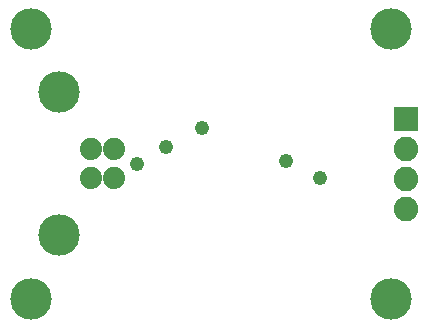
<source format=gbs>
G75*
G70*
%OFA0B0*%
%FSLAX24Y24*%
%IPPOS*%
%LPD*%
%AMOC8*
5,1,8,0,0,1.08239X$1,22.5*
%
%ADD10C,0.1380*%
%ADD11C,0.0740*%
%ADD12R,0.0820X0.0820*%
%ADD13C,0.0820*%
%ADD14C,0.0480*%
D10*
X003061Y001600D03*
X003991Y003730D03*
X003991Y008470D03*
X003061Y010600D03*
X015061Y010600D03*
X015061Y001600D03*
D11*
X005841Y005608D03*
X005061Y005608D03*
X005061Y006592D03*
X005841Y006592D03*
D12*
X015561Y007600D03*
D13*
X015561Y006600D03*
X015561Y005600D03*
X015561Y004600D03*
D14*
X012681Y005620D03*
X011561Y006180D03*
X008761Y007300D03*
X007561Y006660D03*
X006601Y006100D03*
M02*

</source>
